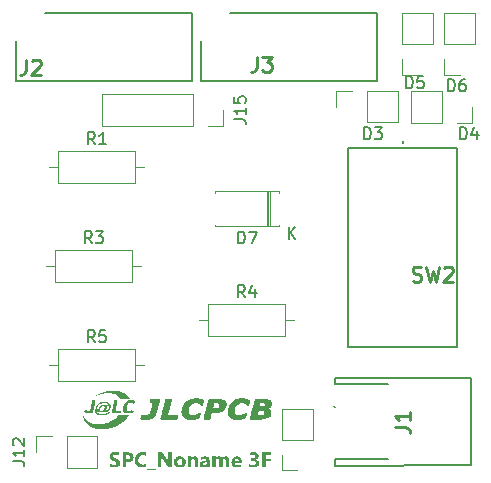
<source format=gbr>
%TF.GenerationSoftware,KiCad,Pcbnew,9.0.2*%
%TF.CreationDate,2025-11-02T21:54:37+09:00*%
%TF.ProjectId,kicad2026_3_,6b696361-6432-4303-9236-5f338e2e6b69,rev?*%
%TF.SameCoordinates,Original*%
%TF.FileFunction,Legend,Top*%
%TF.FilePolarity,Positive*%
%FSLAX46Y46*%
G04 Gerber Fmt 4.6, Leading zero omitted, Abs format (unit mm)*
G04 Created by KiCad (PCBNEW 9.0.2) date 2025-11-02 21:54:37*
%MOMM*%
%LPD*%
G01*
G04 APERTURE LIST*
%ADD10C,0.200000*%
%ADD11C,0.150000*%
%ADD12C,0.254000*%
%ADD13C,0.120000*%
%ADD14C,0.000000*%
%ADD15C,0.100000*%
G04 APERTURE END LIST*
D10*
G36*
X125562999Y-91929800D02*
G01*
X125562999Y-91643639D01*
X125644105Y-91701743D01*
X125730806Y-91742704D01*
X125822361Y-91767558D01*
X125913774Y-91775726D01*
X125966193Y-91773132D01*
X126008394Y-91766041D01*
X126046586Y-91753939D01*
X126075866Y-91738973D01*
X126099945Y-91719691D01*
X126116270Y-91698252D01*
X126126258Y-91673815D01*
X126129606Y-91647290D01*
X126124232Y-91611935D01*
X126108253Y-91580771D01*
X126083830Y-91553302D01*
X126050068Y-91526635D01*
X125962592Y-91478769D01*
X125853446Y-91431697D01*
X125757459Y-91384384D01*
X125684619Y-91333711D01*
X125630947Y-91280004D01*
X125590606Y-91216876D01*
X125566146Y-91145474D01*
X125557680Y-91063538D01*
X125562433Y-90998288D01*
X125575965Y-90941827D01*
X125597608Y-90892714D01*
X125644741Y-90827688D01*
X125706437Y-90775154D01*
X125779546Y-90735619D01*
X125865829Y-90707285D01*
X125958096Y-90691085D01*
X126057688Y-90685535D01*
X126154348Y-90688710D01*
X126233909Y-90697442D01*
X126308760Y-90712805D01*
X126375601Y-90734036D01*
X126375601Y-90997495D01*
X126305827Y-90959551D01*
X126228115Y-90932325D01*
X126148657Y-90916369D01*
X126073643Y-90911130D01*
X126026043Y-90913556D01*
X125984818Y-90920418D01*
X125946949Y-90931995D01*
X125917346Y-90946533D01*
X125892534Y-90965393D01*
X125874720Y-90986858D01*
X125863451Y-91011635D01*
X125859638Y-91039565D01*
X125863896Y-91070001D01*
X125876466Y-91096798D01*
X125896189Y-91120665D01*
X125924411Y-91144663D01*
X125999900Y-91189036D01*
X126100315Y-91233885D01*
X126174216Y-91267516D01*
X126237482Y-91301754D01*
X126294785Y-91340572D01*
X126341865Y-91382879D01*
X126380275Y-91431376D01*
X126408464Y-91486310D01*
X126425476Y-91547378D01*
X126431563Y-91621572D01*
X126426659Y-91691596D01*
X126412878Y-91750563D01*
X126391159Y-91800333D01*
X126343508Y-91865806D01*
X126281457Y-91917496D01*
X126207867Y-91955433D01*
X126120318Y-91981793D01*
X126026834Y-91996338D01*
X125926237Y-92001321D01*
X125822958Y-91996742D01*
X125726837Y-91983381D01*
X125636397Y-91960328D01*
X125562999Y-91929800D01*
G37*
G36*
X127216522Y-90713880D02*
G01*
X127316672Y-90735846D01*
X127396008Y-90769384D01*
X127458354Y-90813303D01*
X127506448Y-90867702D01*
X127541719Y-90933959D01*
X127564125Y-91014585D01*
X127572159Y-91112991D01*
X127563137Y-91206545D01*
X127537136Y-91288136D01*
X127494526Y-91360188D01*
X127434039Y-91424315D01*
X127362240Y-91474650D01*
X127278414Y-91511647D01*
X127180309Y-91534972D01*
X127065086Y-91543225D01*
X126928316Y-91543225D01*
X126928316Y-91981000D01*
X126641520Y-91981000D01*
X126641520Y-91325647D01*
X126928316Y-91325647D01*
X127041114Y-91325647D01*
X127117406Y-91318863D01*
X127173917Y-91300681D01*
X127215335Y-91273031D01*
X127244803Y-91235887D01*
X127263470Y-91187277D01*
X127270281Y-91123628D01*
X127263547Y-91061724D01*
X127245052Y-91014313D01*
X127215751Y-90977946D01*
X127174398Y-90950765D01*
X127117769Y-90932835D01*
X127041114Y-90926133D01*
X126928316Y-90926133D01*
X126928316Y-91325647D01*
X126641520Y-91325647D01*
X126641520Y-90705856D01*
X127090884Y-90705856D01*
X127216522Y-90713880D01*
G37*
G36*
X128672113Y-91933690D02*
G01*
X128576702Y-91969343D01*
X128457060Y-91992765D01*
X128308001Y-92001321D01*
X128190014Y-91993674D01*
X128086940Y-91971866D01*
X127996565Y-91937054D01*
X127917056Y-91889635D01*
X127847048Y-91829227D01*
X127787929Y-91757651D01*
X127741621Y-91677406D01*
X127707744Y-91587269D01*
X127686616Y-91485617D01*
X127679241Y-91370496D01*
X127687393Y-91248600D01*
X127710864Y-91139926D01*
X127748740Y-91042509D01*
X127800880Y-90954733D01*
X127867925Y-90875410D01*
X127946947Y-90807758D01*
X128034092Y-90755271D01*
X128130504Y-90717228D01*
X128237756Y-90693697D01*
X128357772Y-90685535D01*
X128481764Y-90691396D01*
X128585567Y-90707697D01*
X128672113Y-90732845D01*
X128672113Y-91010672D01*
X128583980Y-90967591D01*
X128487520Y-90941399D01*
X128380792Y-90932404D01*
X128292621Y-90939946D01*
X128216334Y-90961517D01*
X128149754Y-90996397D01*
X128091297Y-91045043D01*
X128044342Y-91104414D01*
X128010175Y-91173667D01*
X127988761Y-91254717D01*
X127981198Y-91350096D01*
X127988330Y-91441611D01*
X128008543Y-91519648D01*
X128040804Y-91586552D01*
X128085105Y-91644115D01*
X128140385Y-91691215D01*
X128204213Y-91725112D01*
X128278260Y-91746177D01*
X128364837Y-91753579D01*
X128474490Y-91744259D01*
X128576350Y-91716802D01*
X128672113Y-91671104D01*
X128672113Y-91933690D01*
G37*
G36*
X129503766Y-92244141D02*
G01*
X128748951Y-92244141D01*
X128748951Y-92138487D01*
X129503766Y-92138487D01*
X129503766Y-92244141D01*
G37*
G36*
X130794626Y-91981000D02*
G01*
X130505131Y-91981000D01*
X129980198Y-91179828D01*
X129916298Y-91074016D01*
X129912726Y-91074016D01*
X129919870Y-91280322D01*
X129919870Y-91981000D01*
X129649029Y-91981000D01*
X129649029Y-90705856D01*
X129958051Y-90705856D01*
X130463377Y-91482103D01*
X130527277Y-91586169D01*
X130530849Y-91586169D01*
X130525978Y-91531017D01*
X130523705Y-91410979D01*
X130523705Y-90705856D01*
X130794626Y-90705856D01*
X130794626Y-91981000D01*
G37*
G36*
X131617500Y-91060118D02*
G01*
X131712227Y-91084938D01*
X131792328Y-91124342D01*
X131860208Y-91178240D01*
X131915672Y-91245503D01*
X131955559Y-91322498D01*
X131980294Y-91411116D01*
X131988961Y-91513934D01*
X131979862Y-91625546D01*
X131954091Y-91720267D01*
X131912911Y-91801139D01*
X131856160Y-91870425D01*
X131786163Y-91926121D01*
X131703956Y-91966747D01*
X131607154Y-91992280D01*
X131492605Y-92001321D01*
X131379646Y-91992524D01*
X131284380Y-91967710D01*
X131203680Y-91928302D01*
X131135161Y-91874394D01*
X131079456Y-91807115D01*
X131039128Y-91728832D01*
X131013940Y-91637392D01*
X131005059Y-91529889D01*
X131005357Y-91526317D01*
X131290109Y-91526317D01*
X131297479Y-91614390D01*
X131317104Y-91679013D01*
X131346613Y-91725761D01*
X131385691Y-91758530D01*
X131436128Y-91779023D01*
X131501495Y-91786442D01*
X131562736Y-91779110D01*
X131610446Y-91758704D01*
X131647889Y-91725674D01*
X131676532Y-91677906D01*
X131695771Y-91611090D01*
X131703038Y-91519252D01*
X131695912Y-91433376D01*
X131676952Y-91370446D01*
X131648485Y-91325003D01*
X131610862Y-91293213D01*
X131562394Y-91273368D01*
X131499669Y-91266192D01*
X131436596Y-91274204D01*
X131386074Y-91296848D01*
X131345118Y-91334141D01*
X131315970Y-91382387D01*
X131297054Y-91445102D01*
X131290109Y-91526317D01*
X131005357Y-91526317D01*
X131014328Y-91418818D01*
X131040524Y-91325184D01*
X131082339Y-91245776D01*
X131140003Y-91178240D01*
X131210861Y-91124274D01*
X131293664Y-91084849D01*
X131390711Y-91060074D01*
X131504988Y-91051314D01*
X131617500Y-91060118D01*
G37*
G36*
X133050019Y-91981000D02*
G01*
X132770288Y-91981000D01*
X132770288Y-91477023D01*
X132762423Y-91391766D01*
X132742111Y-91334211D01*
X132712214Y-91296604D01*
X132672414Y-91274197D01*
X132619309Y-91266192D01*
X132573356Y-91272475D01*
X132533970Y-91290804D01*
X132499447Y-91321996D01*
X132473781Y-91361530D01*
X132457948Y-91408143D01*
X132452375Y-91463687D01*
X132452375Y-91981000D01*
X132171771Y-91981000D01*
X132171771Y-91071635D01*
X132452375Y-91071635D01*
X132452375Y-91217295D01*
X132455947Y-91217295D01*
X132500898Y-91156251D01*
X132551656Y-91110480D01*
X132608810Y-91078067D01*
X132673653Y-91058215D01*
X132748062Y-91051314D01*
X132829418Y-91059207D01*
X132894549Y-91081154D01*
X132946952Y-91115970D01*
X132988857Y-91164435D01*
X133020925Y-91229180D01*
X133042156Y-91314368D01*
X133050019Y-91425347D01*
X133050019Y-91981000D01*
G37*
G36*
X133737223Y-91058366D02*
G01*
X133816288Y-91077844D01*
X133880026Y-91108009D01*
X133931183Y-91148273D01*
X133971540Y-91199251D01*
X134001744Y-91262695D01*
X134021232Y-91341320D01*
X134028285Y-91438603D01*
X134028285Y-91981000D01*
X133762762Y-91981000D01*
X133762762Y-91848516D01*
X133759190Y-91848516D01*
X133718195Y-91904529D01*
X133671518Y-91946632D01*
X133618579Y-91976538D01*
X133558126Y-91994914D01*
X133488349Y-92001321D01*
X133403136Y-91992279D01*
X133334967Y-91967024D01*
X133280059Y-91926546D01*
X133238630Y-91872440D01*
X133213177Y-91806984D01*
X133204173Y-91726908D01*
X133207710Y-91694045D01*
X133462551Y-91694045D01*
X133470983Y-91737579D01*
X133495811Y-91771995D01*
X133533679Y-91794334D01*
X133585986Y-91802397D01*
X133636311Y-91796150D01*
X133678594Y-91778186D01*
X133714738Y-91748260D01*
X133742056Y-91709576D01*
X133758696Y-91664503D01*
X133764509Y-91611252D01*
X133764509Y-91550448D01*
X133599321Y-91571563D01*
X133534454Y-91587847D01*
X133493877Y-91613658D01*
X133470672Y-91648123D01*
X133462551Y-91694045D01*
X133207710Y-91694045D01*
X133213047Y-91644461D01*
X133237966Y-91577749D01*
X133278169Y-91523265D01*
X133335324Y-91479028D01*
X133413280Y-91444878D01*
X133517640Y-91422489D01*
X133764509Y-91389706D01*
X133757580Y-91334952D01*
X133738805Y-91295527D01*
X133708847Y-91267393D01*
X133665228Y-91249115D01*
X133602893Y-91242220D01*
X133523454Y-91248262D01*
X133446007Y-91266374D01*
X133369717Y-91296946D01*
X133293871Y-91340888D01*
X133293871Y-91128152D01*
X133358442Y-91101176D01*
X133454137Y-91074572D01*
X133553971Y-91056794D01*
X133639328Y-91051314D01*
X133737223Y-91058366D01*
G37*
G36*
X135694845Y-91981000D02*
G01*
X135415114Y-91981000D01*
X135415114Y-91463687D01*
X135407622Y-91384265D01*
X135388217Y-91330421D01*
X135359502Y-91295027D01*
X135321036Y-91273805D01*
X135269454Y-91266192D01*
X135226214Y-91272759D01*
X135189188Y-91292079D01*
X135156656Y-91325568D01*
X135133030Y-91367078D01*
X135118337Y-91415799D01*
X135113157Y-91473451D01*
X135113157Y-91981000D01*
X134832552Y-91981000D01*
X134832552Y-91458369D01*
X134825227Y-91381212D01*
X134806235Y-91328838D01*
X134778089Y-91294350D01*
X134740317Y-91273633D01*
X134689591Y-91266192D01*
X134644387Y-91272617D01*
X134606652Y-91291228D01*
X134574491Y-91322869D01*
X134551564Y-91362840D01*
X134536824Y-91413315D01*
X134531468Y-91477023D01*
X134531468Y-91981000D01*
X134250863Y-91981000D01*
X134250863Y-91071635D01*
X134531468Y-91071635D01*
X134531468Y-91215549D01*
X134535040Y-91215549D01*
X134567603Y-91170417D01*
X134608021Y-91131027D01*
X134657125Y-91097036D01*
X134711053Y-91071669D01*
X134768037Y-91056462D01*
X134828980Y-91051314D01*
X134903897Y-91058650D01*
X134965483Y-91079293D01*
X135016508Y-91112401D01*
X135058745Y-91158800D01*
X135092756Y-91220867D01*
X135139154Y-91158810D01*
X135191879Y-91112086D01*
X135251599Y-91078859D01*
X135319709Y-91058433D01*
X135398206Y-91051314D01*
X135478251Y-91059044D01*
X135542289Y-91080529D01*
X135593769Y-91114586D01*
X135634895Y-91161948D01*
X135666338Y-91225158D01*
X135687143Y-91308259D01*
X135694845Y-91416457D01*
X135694845Y-91981000D01*
G37*
G36*
X136416213Y-91059455D02*
G01*
X136498425Y-91082364D01*
X136567389Y-91118751D01*
X136625325Y-91168715D01*
X136671484Y-91230178D01*
X136705303Y-91302291D01*
X136726607Y-91387104D01*
X136734154Y-91487263D01*
X136734154Y-91604585D01*
X136140955Y-91604585D01*
X136152117Y-91665932D01*
X136174329Y-91713466D01*
X136207082Y-91750203D01*
X136251769Y-91777682D01*
X136311459Y-91795711D01*
X136390522Y-91802397D01*
X136488573Y-91794234D01*
X136575847Y-91770623D01*
X136654299Y-91732067D01*
X136654299Y-91934007D01*
X136567565Y-91969670D01*
X136459857Y-91992886D01*
X136326622Y-92001321D01*
X136216981Y-91992811D01*
X136125484Y-91968918D01*
X136048870Y-91931158D01*
X135984658Y-91879712D01*
X135933105Y-91815517D01*
X135895354Y-91739295D01*
X135871522Y-91648655D01*
X135863049Y-91540446D01*
X135871767Y-91432332D01*
X136139209Y-91432332D01*
X136474029Y-91432332D01*
X136466285Y-91356812D01*
X136445991Y-91304772D01*
X136415348Y-91269777D01*
X136373319Y-91248297D01*
X136315906Y-91240474D01*
X136273311Y-91246468D01*
X136234843Y-91264347D01*
X136199140Y-91295404D01*
X136170953Y-91334366D01*
X136150947Y-91379591D01*
X136139209Y-91432332D01*
X135871767Y-91432332D01*
X135872052Y-91428804D01*
X135897558Y-91333910D01*
X135938307Y-91252776D01*
X135994422Y-91183162D01*
X136064211Y-91125284D01*
X136140348Y-91084532D01*
X136224210Y-91059811D01*
X136317732Y-91051314D01*
X136416213Y-91059455D01*
G37*
G36*
X137388950Y-91937024D02*
G01*
X137388950Y-91691425D01*
X137455109Y-91732765D01*
X137526215Y-91762281D01*
X137603226Y-91780275D01*
X137687336Y-91786442D01*
X137757669Y-91780617D01*
X137812363Y-91764726D01*
X137854746Y-91740243D01*
X137887843Y-91705693D01*
X137907704Y-91663581D01*
X137914677Y-91611491D01*
X137906348Y-91558728D01*
X137882197Y-91515745D01*
X137840537Y-91480039D01*
X137788983Y-91455749D01*
X137722303Y-91439741D01*
X137636692Y-91433841D01*
X137518576Y-91433841D01*
X137518576Y-91218962D01*
X137627802Y-91218962D01*
X137715496Y-91212679D01*
X137778382Y-91196203D01*
X137822436Y-91172080D01*
X137852168Y-91141245D01*
X137870131Y-91102847D01*
X137876496Y-91054409D01*
X137868773Y-90998375D01*
X137847523Y-90957249D01*
X137812789Y-90927163D01*
X137760968Y-90907179D01*
X137685590Y-90899541D01*
X137602635Y-90908181D01*
X137520233Y-90934513D01*
X137436895Y-90980190D01*
X137436895Y-90752611D01*
X137528528Y-90716160D01*
X137632017Y-90693460D01*
X137749490Y-90685535D01*
X137848050Y-90691851D01*
X137929803Y-90709447D01*
X137997548Y-90736838D01*
X138053590Y-90773329D01*
X138101705Y-90821077D01*
X138135199Y-90874093D01*
X138155438Y-90933497D01*
X138162419Y-91001067D01*
X138154904Y-91081388D01*
X138133780Y-91147594D01*
X138100021Y-91202547D01*
X138053007Y-91248160D01*
X137990598Y-91285181D01*
X137909359Y-91313105D01*
X137909359Y-91317550D01*
X137995805Y-91336868D01*
X138065804Y-91369740D01*
X138122412Y-91415663D01*
X138165765Y-91473792D01*
X138191679Y-91539470D01*
X138200600Y-91615063D01*
X138192007Y-91701708D01*
X138167373Y-91776124D01*
X138127135Y-91840820D01*
X138070022Y-91897413D01*
X138002813Y-91940708D01*
X137922156Y-91973124D01*
X137825455Y-91993888D01*
X137709562Y-92001321D01*
X137579111Y-91993251D01*
X137473721Y-91971058D01*
X137388950Y-91937024D01*
G37*
G36*
X139213396Y-90939389D02*
G01*
X138764032Y-90939389D01*
X138764032Y-91254524D01*
X139177040Y-91254524D01*
X139177040Y-91487183D01*
X138764032Y-91487183D01*
X138764032Y-91981000D01*
X138477236Y-91981000D01*
X138477236Y-90705856D01*
X139213396Y-90705856D01*
X139213396Y-90939389D01*
G37*
D11*
X147089905Y-64208819D02*
X147089905Y-63208819D01*
X147089905Y-63208819D02*
X147328000Y-63208819D01*
X147328000Y-63208819D02*
X147470857Y-63256438D01*
X147470857Y-63256438D02*
X147566095Y-63351676D01*
X147566095Y-63351676D02*
X147613714Y-63446914D01*
X147613714Y-63446914D02*
X147661333Y-63637390D01*
X147661333Y-63637390D02*
X147661333Y-63780247D01*
X147661333Y-63780247D02*
X147613714Y-63970723D01*
X147613714Y-63970723D02*
X147566095Y-64065961D01*
X147566095Y-64065961D02*
X147470857Y-64161200D01*
X147470857Y-64161200D02*
X147328000Y-64208819D01*
X147328000Y-64208819D02*
X147089905Y-64208819D01*
X147994667Y-63208819D02*
X148613714Y-63208819D01*
X148613714Y-63208819D02*
X148280381Y-63589771D01*
X148280381Y-63589771D02*
X148423238Y-63589771D01*
X148423238Y-63589771D02*
X148518476Y-63637390D01*
X148518476Y-63637390D02*
X148566095Y-63685009D01*
X148566095Y-63685009D02*
X148613714Y-63780247D01*
X148613714Y-63780247D02*
X148613714Y-64018342D01*
X148613714Y-64018342D02*
X148566095Y-64113580D01*
X148566095Y-64113580D02*
X148518476Y-64161200D01*
X148518476Y-64161200D02*
X148423238Y-64208819D01*
X148423238Y-64208819D02*
X148137524Y-64208819D01*
X148137524Y-64208819D02*
X148042286Y-64161200D01*
X148042286Y-64161200D02*
X147994667Y-64113580D01*
D12*
X118448667Y-57470318D02*
X118448667Y-58377461D01*
X118448667Y-58377461D02*
X118388190Y-58558889D01*
X118388190Y-58558889D02*
X118267238Y-58679842D01*
X118267238Y-58679842D02*
X118085809Y-58740318D01*
X118085809Y-58740318D02*
X117964857Y-58740318D01*
X118992952Y-57591270D02*
X119053428Y-57530794D01*
X119053428Y-57530794D02*
X119174381Y-57470318D01*
X119174381Y-57470318D02*
X119476762Y-57470318D01*
X119476762Y-57470318D02*
X119597714Y-57530794D01*
X119597714Y-57530794D02*
X119658190Y-57591270D01*
X119658190Y-57591270D02*
X119718667Y-57712222D01*
X119718667Y-57712222D02*
X119718667Y-57833175D01*
X119718667Y-57833175D02*
X119658190Y-58014603D01*
X119658190Y-58014603D02*
X118932476Y-58740318D01*
X118932476Y-58740318D02*
X119718667Y-58740318D01*
D11*
X136072819Y-62531523D02*
X136787104Y-62531523D01*
X136787104Y-62531523D02*
X136929961Y-62579142D01*
X136929961Y-62579142D02*
X137025200Y-62674380D01*
X137025200Y-62674380D02*
X137072819Y-62817237D01*
X137072819Y-62817237D02*
X137072819Y-62912475D01*
X137072819Y-61531523D02*
X137072819Y-62102951D01*
X137072819Y-61817237D02*
X136072819Y-61817237D01*
X136072819Y-61817237D02*
X136215676Y-61912475D01*
X136215676Y-61912475D02*
X136310914Y-62007713D01*
X136310914Y-62007713D02*
X136358533Y-62102951D01*
X136072819Y-60626761D02*
X136072819Y-61102951D01*
X136072819Y-61102951D02*
X136549009Y-61150570D01*
X136549009Y-61150570D02*
X136501390Y-61102951D01*
X136501390Y-61102951D02*
X136453771Y-61007713D01*
X136453771Y-61007713D02*
X136453771Y-60769618D01*
X136453771Y-60769618D02*
X136501390Y-60674380D01*
X136501390Y-60674380D02*
X136549009Y-60626761D01*
X136549009Y-60626761D02*
X136644247Y-60579142D01*
X136644247Y-60579142D02*
X136882342Y-60579142D01*
X136882342Y-60579142D02*
X136977580Y-60626761D01*
X136977580Y-60626761D02*
X137025200Y-60674380D01*
X137025200Y-60674380D02*
X137072819Y-60769618D01*
X137072819Y-60769618D02*
X137072819Y-61007713D01*
X137072819Y-61007713D02*
X137025200Y-61102951D01*
X137025200Y-61102951D02*
X136977580Y-61150570D01*
X136993333Y-77586819D02*
X136660000Y-77110628D01*
X136421905Y-77586819D02*
X136421905Y-76586819D01*
X136421905Y-76586819D02*
X136802857Y-76586819D01*
X136802857Y-76586819D02*
X136898095Y-76634438D01*
X136898095Y-76634438D02*
X136945714Y-76682057D01*
X136945714Y-76682057D02*
X136993333Y-76777295D01*
X136993333Y-76777295D02*
X136993333Y-76920152D01*
X136993333Y-76920152D02*
X136945714Y-77015390D01*
X136945714Y-77015390D02*
X136898095Y-77063009D01*
X136898095Y-77063009D02*
X136802857Y-77110628D01*
X136802857Y-77110628D02*
X136421905Y-77110628D01*
X137850476Y-76920152D02*
X137850476Y-77586819D01*
X137612381Y-76539200D02*
X137374286Y-77253485D01*
X137374286Y-77253485D02*
X137993333Y-77253485D01*
X117334819Y-91487523D02*
X118049104Y-91487523D01*
X118049104Y-91487523D02*
X118191961Y-91535142D01*
X118191961Y-91535142D02*
X118287200Y-91630380D01*
X118287200Y-91630380D02*
X118334819Y-91773237D01*
X118334819Y-91773237D02*
X118334819Y-91868475D01*
X118334819Y-90487523D02*
X118334819Y-91058951D01*
X118334819Y-90773237D02*
X117334819Y-90773237D01*
X117334819Y-90773237D02*
X117477676Y-90868475D01*
X117477676Y-90868475D02*
X117572914Y-90963713D01*
X117572914Y-90963713D02*
X117620533Y-91058951D01*
X117430057Y-90106570D02*
X117382438Y-90058951D01*
X117382438Y-90058951D02*
X117334819Y-89963713D01*
X117334819Y-89963713D02*
X117334819Y-89725618D01*
X117334819Y-89725618D02*
X117382438Y-89630380D01*
X117382438Y-89630380D02*
X117430057Y-89582761D01*
X117430057Y-89582761D02*
X117525295Y-89535142D01*
X117525295Y-89535142D02*
X117620533Y-89535142D01*
X117620533Y-89535142D02*
X117763390Y-89582761D01*
X117763390Y-89582761D02*
X118334819Y-90154189D01*
X118334819Y-90154189D02*
X118334819Y-89535142D01*
X150645905Y-59890819D02*
X150645905Y-58890819D01*
X150645905Y-58890819D02*
X150884000Y-58890819D01*
X150884000Y-58890819D02*
X151026857Y-58938438D01*
X151026857Y-58938438D02*
X151122095Y-59033676D01*
X151122095Y-59033676D02*
X151169714Y-59128914D01*
X151169714Y-59128914D02*
X151217333Y-59319390D01*
X151217333Y-59319390D02*
X151217333Y-59462247D01*
X151217333Y-59462247D02*
X151169714Y-59652723D01*
X151169714Y-59652723D02*
X151122095Y-59747961D01*
X151122095Y-59747961D02*
X151026857Y-59843200D01*
X151026857Y-59843200D02*
X150884000Y-59890819D01*
X150884000Y-59890819D02*
X150645905Y-59890819D01*
X152122095Y-58890819D02*
X151645905Y-58890819D01*
X151645905Y-58890819D02*
X151598286Y-59367009D01*
X151598286Y-59367009D02*
X151645905Y-59319390D01*
X151645905Y-59319390D02*
X151741143Y-59271771D01*
X151741143Y-59271771D02*
X151979238Y-59271771D01*
X151979238Y-59271771D02*
X152074476Y-59319390D01*
X152074476Y-59319390D02*
X152122095Y-59367009D01*
X152122095Y-59367009D02*
X152169714Y-59462247D01*
X152169714Y-59462247D02*
X152169714Y-59700342D01*
X152169714Y-59700342D02*
X152122095Y-59795580D01*
X152122095Y-59795580D02*
X152074476Y-59843200D01*
X152074476Y-59843200D02*
X151979238Y-59890819D01*
X151979238Y-59890819D02*
X151741143Y-59890819D01*
X151741143Y-59890819D02*
X151645905Y-59843200D01*
X151645905Y-59843200D02*
X151598286Y-59795580D01*
D12*
X149672318Y-88561332D02*
X150579461Y-88561332D01*
X150579461Y-88561332D02*
X150760889Y-88621809D01*
X150760889Y-88621809D02*
X150881842Y-88742761D01*
X150881842Y-88742761D02*
X150942318Y-88924190D01*
X150942318Y-88924190D02*
X150942318Y-89045142D01*
X150942318Y-87291332D02*
X150942318Y-88017047D01*
X150942318Y-87654190D02*
X149672318Y-87654190D01*
X149672318Y-87654190D02*
X149853746Y-87775142D01*
X149853746Y-87775142D02*
X149974699Y-87896094D01*
X149974699Y-87896094D02*
X150035175Y-88017047D01*
D11*
X124293333Y-81396819D02*
X123960000Y-80920628D01*
X123721905Y-81396819D02*
X123721905Y-80396819D01*
X123721905Y-80396819D02*
X124102857Y-80396819D01*
X124102857Y-80396819D02*
X124198095Y-80444438D01*
X124198095Y-80444438D02*
X124245714Y-80492057D01*
X124245714Y-80492057D02*
X124293333Y-80587295D01*
X124293333Y-80587295D02*
X124293333Y-80730152D01*
X124293333Y-80730152D02*
X124245714Y-80825390D01*
X124245714Y-80825390D02*
X124198095Y-80873009D01*
X124198095Y-80873009D02*
X124102857Y-80920628D01*
X124102857Y-80920628D02*
X123721905Y-80920628D01*
X125198095Y-80396819D02*
X124721905Y-80396819D01*
X124721905Y-80396819D02*
X124674286Y-80873009D01*
X124674286Y-80873009D02*
X124721905Y-80825390D01*
X124721905Y-80825390D02*
X124817143Y-80777771D01*
X124817143Y-80777771D02*
X125055238Y-80777771D01*
X125055238Y-80777771D02*
X125150476Y-80825390D01*
X125150476Y-80825390D02*
X125198095Y-80873009D01*
X125198095Y-80873009D02*
X125245714Y-80968247D01*
X125245714Y-80968247D02*
X125245714Y-81206342D01*
X125245714Y-81206342D02*
X125198095Y-81301580D01*
X125198095Y-81301580D02*
X125150476Y-81349200D01*
X125150476Y-81349200D02*
X125055238Y-81396819D01*
X125055238Y-81396819D02*
X124817143Y-81396819D01*
X124817143Y-81396819D02*
X124721905Y-81349200D01*
X124721905Y-81349200D02*
X124674286Y-81301580D01*
X124293333Y-64632819D02*
X123960000Y-64156628D01*
X123721905Y-64632819D02*
X123721905Y-63632819D01*
X123721905Y-63632819D02*
X124102857Y-63632819D01*
X124102857Y-63632819D02*
X124198095Y-63680438D01*
X124198095Y-63680438D02*
X124245714Y-63728057D01*
X124245714Y-63728057D02*
X124293333Y-63823295D01*
X124293333Y-63823295D02*
X124293333Y-63966152D01*
X124293333Y-63966152D02*
X124245714Y-64061390D01*
X124245714Y-64061390D02*
X124198095Y-64109009D01*
X124198095Y-64109009D02*
X124102857Y-64156628D01*
X124102857Y-64156628D02*
X123721905Y-64156628D01*
X125245714Y-64632819D02*
X124674286Y-64632819D01*
X124960000Y-64632819D02*
X124960000Y-63632819D01*
X124960000Y-63632819D02*
X124864762Y-63775676D01*
X124864762Y-63775676D02*
X124769524Y-63870914D01*
X124769524Y-63870914D02*
X124674286Y-63918533D01*
X124039333Y-73014819D02*
X123706000Y-72538628D01*
X123467905Y-73014819D02*
X123467905Y-72014819D01*
X123467905Y-72014819D02*
X123848857Y-72014819D01*
X123848857Y-72014819D02*
X123944095Y-72062438D01*
X123944095Y-72062438D02*
X123991714Y-72110057D01*
X123991714Y-72110057D02*
X124039333Y-72205295D01*
X124039333Y-72205295D02*
X124039333Y-72348152D01*
X124039333Y-72348152D02*
X123991714Y-72443390D01*
X123991714Y-72443390D02*
X123944095Y-72491009D01*
X123944095Y-72491009D02*
X123848857Y-72538628D01*
X123848857Y-72538628D02*
X123467905Y-72538628D01*
X124372667Y-72014819D02*
X124991714Y-72014819D01*
X124991714Y-72014819D02*
X124658381Y-72395771D01*
X124658381Y-72395771D02*
X124801238Y-72395771D01*
X124801238Y-72395771D02*
X124896476Y-72443390D01*
X124896476Y-72443390D02*
X124944095Y-72491009D01*
X124944095Y-72491009D02*
X124991714Y-72586247D01*
X124991714Y-72586247D02*
X124991714Y-72824342D01*
X124991714Y-72824342D02*
X124944095Y-72919580D01*
X124944095Y-72919580D02*
X124896476Y-72967200D01*
X124896476Y-72967200D02*
X124801238Y-73014819D01*
X124801238Y-73014819D02*
X124515524Y-73014819D01*
X124515524Y-73014819D02*
X124420286Y-72967200D01*
X124420286Y-72967200D02*
X124372667Y-72919580D01*
D12*
X138006667Y-57216318D02*
X138006667Y-58123461D01*
X138006667Y-58123461D02*
X137946190Y-58304889D01*
X137946190Y-58304889D02*
X137825238Y-58425842D01*
X137825238Y-58425842D02*
X137643809Y-58486318D01*
X137643809Y-58486318D02*
X137522857Y-58486318D01*
X138490476Y-57216318D02*
X139276667Y-57216318D01*
X139276667Y-57216318D02*
X138853333Y-57700127D01*
X138853333Y-57700127D02*
X139034762Y-57700127D01*
X139034762Y-57700127D02*
X139155714Y-57760603D01*
X139155714Y-57760603D02*
X139216190Y-57821080D01*
X139216190Y-57821080D02*
X139276667Y-57942032D01*
X139276667Y-57942032D02*
X139276667Y-58244413D01*
X139276667Y-58244413D02*
X139216190Y-58365365D01*
X139216190Y-58365365D02*
X139155714Y-58425842D01*
X139155714Y-58425842D02*
X139034762Y-58486318D01*
X139034762Y-58486318D02*
X138671905Y-58486318D01*
X138671905Y-58486318D02*
X138550952Y-58425842D01*
X138550952Y-58425842D02*
X138490476Y-58365365D01*
D11*
X155217905Y-64208819D02*
X155217905Y-63208819D01*
X155217905Y-63208819D02*
X155456000Y-63208819D01*
X155456000Y-63208819D02*
X155598857Y-63256438D01*
X155598857Y-63256438D02*
X155694095Y-63351676D01*
X155694095Y-63351676D02*
X155741714Y-63446914D01*
X155741714Y-63446914D02*
X155789333Y-63637390D01*
X155789333Y-63637390D02*
X155789333Y-63780247D01*
X155789333Y-63780247D02*
X155741714Y-63970723D01*
X155741714Y-63970723D02*
X155694095Y-64065961D01*
X155694095Y-64065961D02*
X155598857Y-64161200D01*
X155598857Y-64161200D02*
X155456000Y-64208819D01*
X155456000Y-64208819D02*
X155217905Y-64208819D01*
X156646476Y-63542152D02*
X156646476Y-64208819D01*
X156408381Y-63161200D02*
X156170286Y-63875485D01*
X156170286Y-63875485D02*
X156789333Y-63875485D01*
D12*
X151214666Y-76205842D02*
X151396095Y-76266318D01*
X151396095Y-76266318D02*
X151698476Y-76266318D01*
X151698476Y-76266318D02*
X151819428Y-76205842D01*
X151819428Y-76205842D02*
X151879904Y-76145365D01*
X151879904Y-76145365D02*
X151940381Y-76024413D01*
X151940381Y-76024413D02*
X151940381Y-75903461D01*
X151940381Y-75903461D02*
X151879904Y-75782508D01*
X151879904Y-75782508D02*
X151819428Y-75722032D01*
X151819428Y-75722032D02*
X151698476Y-75661556D01*
X151698476Y-75661556D02*
X151456571Y-75601080D01*
X151456571Y-75601080D02*
X151335619Y-75540603D01*
X151335619Y-75540603D02*
X151275142Y-75480127D01*
X151275142Y-75480127D02*
X151214666Y-75359175D01*
X151214666Y-75359175D02*
X151214666Y-75238222D01*
X151214666Y-75238222D02*
X151275142Y-75117270D01*
X151275142Y-75117270D02*
X151335619Y-75056794D01*
X151335619Y-75056794D02*
X151456571Y-74996318D01*
X151456571Y-74996318D02*
X151758952Y-74996318D01*
X151758952Y-74996318D02*
X151940381Y-75056794D01*
X152363714Y-74996318D02*
X152666095Y-76266318D01*
X152666095Y-76266318D02*
X152908000Y-75359175D01*
X152908000Y-75359175D02*
X153149905Y-76266318D01*
X153149905Y-76266318D02*
X153452286Y-74996318D01*
X153875619Y-75117270D02*
X153936095Y-75056794D01*
X153936095Y-75056794D02*
X154057048Y-74996318D01*
X154057048Y-74996318D02*
X154359429Y-74996318D01*
X154359429Y-74996318D02*
X154480381Y-75056794D01*
X154480381Y-75056794D02*
X154540857Y-75117270D01*
X154540857Y-75117270D02*
X154601334Y-75238222D01*
X154601334Y-75238222D02*
X154601334Y-75359175D01*
X154601334Y-75359175D02*
X154540857Y-75540603D01*
X154540857Y-75540603D02*
X153815143Y-76266318D01*
X153815143Y-76266318D02*
X154601334Y-76266318D01*
D11*
X154201905Y-60144819D02*
X154201905Y-59144819D01*
X154201905Y-59144819D02*
X154440000Y-59144819D01*
X154440000Y-59144819D02*
X154582857Y-59192438D01*
X154582857Y-59192438D02*
X154678095Y-59287676D01*
X154678095Y-59287676D02*
X154725714Y-59382914D01*
X154725714Y-59382914D02*
X154773333Y-59573390D01*
X154773333Y-59573390D02*
X154773333Y-59716247D01*
X154773333Y-59716247D02*
X154725714Y-59906723D01*
X154725714Y-59906723D02*
X154678095Y-60001961D01*
X154678095Y-60001961D02*
X154582857Y-60097200D01*
X154582857Y-60097200D02*
X154440000Y-60144819D01*
X154440000Y-60144819D02*
X154201905Y-60144819D01*
X155630476Y-59144819D02*
X155440000Y-59144819D01*
X155440000Y-59144819D02*
X155344762Y-59192438D01*
X155344762Y-59192438D02*
X155297143Y-59240057D01*
X155297143Y-59240057D02*
X155201905Y-59382914D01*
X155201905Y-59382914D02*
X155154286Y-59573390D01*
X155154286Y-59573390D02*
X155154286Y-59954342D01*
X155154286Y-59954342D02*
X155201905Y-60049580D01*
X155201905Y-60049580D02*
X155249524Y-60097200D01*
X155249524Y-60097200D02*
X155344762Y-60144819D01*
X155344762Y-60144819D02*
X155535238Y-60144819D01*
X155535238Y-60144819D02*
X155630476Y-60097200D01*
X155630476Y-60097200D02*
X155678095Y-60049580D01*
X155678095Y-60049580D02*
X155725714Y-59954342D01*
X155725714Y-59954342D02*
X155725714Y-59716247D01*
X155725714Y-59716247D02*
X155678095Y-59621009D01*
X155678095Y-59621009D02*
X155630476Y-59573390D01*
X155630476Y-59573390D02*
X155535238Y-59525771D01*
X155535238Y-59525771D02*
X155344762Y-59525771D01*
X155344762Y-59525771D02*
X155249524Y-59573390D01*
X155249524Y-59573390D02*
X155201905Y-59621009D01*
X155201905Y-59621009D02*
X155154286Y-59716247D01*
X136421905Y-73028819D02*
X136421905Y-72028819D01*
X136421905Y-72028819D02*
X136660000Y-72028819D01*
X136660000Y-72028819D02*
X136802857Y-72076438D01*
X136802857Y-72076438D02*
X136898095Y-72171676D01*
X136898095Y-72171676D02*
X136945714Y-72266914D01*
X136945714Y-72266914D02*
X136993333Y-72457390D01*
X136993333Y-72457390D02*
X136993333Y-72600247D01*
X136993333Y-72600247D02*
X136945714Y-72790723D01*
X136945714Y-72790723D02*
X136898095Y-72885961D01*
X136898095Y-72885961D02*
X136802857Y-72981200D01*
X136802857Y-72981200D02*
X136660000Y-73028819D01*
X136660000Y-73028819D02*
X136421905Y-73028819D01*
X137326667Y-72028819D02*
X137993333Y-72028819D01*
X137993333Y-72028819D02*
X137564762Y-73028819D01*
X140708095Y-72658819D02*
X140708095Y-71658819D01*
X141279523Y-72658819D02*
X140850952Y-72087390D01*
X141279523Y-71658819D02*
X140708095Y-72230247D01*
D13*
%TO.C,D3*%
X144740000Y-60113000D02*
X146070000Y-60113000D01*
X144740000Y-61443000D02*
X144740000Y-60113000D01*
X147340000Y-60113000D02*
X149940000Y-60113000D01*
X147340000Y-62773000D02*
X147340000Y-60113000D01*
X147340000Y-62773000D02*
X149940000Y-62773000D01*
X149940000Y-62773000D02*
X149940000Y-60113000D01*
D10*
%TO.C,J2*%
X117598000Y-59280000D02*
X117598000Y-55880000D01*
X120048000Y-53530000D02*
X132498000Y-53530000D01*
X132498000Y-53530000D02*
X132498000Y-59280000D01*
X132498000Y-59280000D02*
X117598000Y-59280000D01*
D13*
%TO.C,J15*%
X124898000Y-60392000D02*
X124898000Y-63052000D01*
X132578000Y-60392000D02*
X124898000Y-60392000D01*
X132578000Y-60392000D02*
X132578000Y-63052000D01*
X132578000Y-63052000D02*
X124898000Y-63052000D01*
X135178000Y-61722000D02*
X135178000Y-63052000D01*
X135178000Y-63052000D02*
X133848000Y-63052000D01*
%TO.C,R4*%
X133120000Y-79502000D02*
X133890000Y-79502000D01*
X141200000Y-79502000D02*
X140430000Y-79502000D01*
X133890000Y-78132000D02*
X140430000Y-78132000D01*
X140430000Y-80872000D01*
X133890000Y-80872000D01*
X133890000Y-78132000D01*
%TO.C,J12*%
X119320000Y-89348000D02*
X120650000Y-89348000D01*
X119320000Y-90678000D02*
X119320000Y-89348000D01*
X121920000Y-89348000D02*
X124520000Y-89348000D01*
X121920000Y-92008000D02*
X121920000Y-89348000D01*
X121920000Y-92008000D02*
X124520000Y-92008000D01*
X124520000Y-92008000D02*
X124520000Y-89348000D01*
%TO.C,D5*%
X150308000Y-56134000D02*
X150308000Y-53534000D01*
X150308000Y-58734000D02*
X150308000Y-57404000D01*
X151638000Y-58734000D02*
X150308000Y-58734000D01*
X152968000Y-53534000D02*
X150308000Y-53534000D01*
X152968000Y-56134000D02*
X150308000Y-56134000D01*
X152968000Y-56134000D02*
X152968000Y-53534000D01*
D14*
%TO.C,G\u002A\u002A\u002A*%
G36*
X124331046Y-85941877D02*
G01*
X124323230Y-85949692D01*
X124315415Y-85941877D01*
X124323230Y-85934061D01*
X124331046Y-85941877D01*
G37*
G36*
X126081808Y-85494721D02*
G01*
X126304902Y-85524944D01*
X126512542Y-85580780D01*
X126551172Y-85594701D01*
X126747641Y-85681606D01*
X126917938Y-85782370D01*
X126973913Y-85824480D01*
X127039128Y-85880676D01*
X127107257Y-85944705D01*
X127171975Y-86010312D01*
X127226958Y-86071244D01*
X127265879Y-86121249D01*
X127274422Y-86134809D01*
X127302659Y-86184154D01*
X126871826Y-86184154D01*
X126440993Y-86184154D01*
X126406168Y-86141169D01*
X126281777Y-86006740D01*
X126147904Y-85900383D01*
X126000444Y-85819376D01*
X125835292Y-85760996D01*
X125831599Y-85759992D01*
X125727685Y-85739462D01*
X125601257Y-85726591D01*
X125460109Y-85721385D01*
X125312037Y-85723850D01*
X125164837Y-85733990D01*
X125026303Y-85751810D01*
X124983575Y-85759424D01*
X124885789Y-85780472D01*
X124768464Y-85809204D01*
X124641553Y-85842949D01*
X124515014Y-85879032D01*
X124398802Y-85914780D01*
X124370122Y-85924148D01*
X124357249Y-85926941D01*
X124368655Y-85919119D01*
X124400028Y-85902701D01*
X124447052Y-85879707D01*
X124505414Y-85852155D01*
X124570798Y-85822064D01*
X124638890Y-85791452D01*
X124705376Y-85762340D01*
X124765942Y-85736746D01*
X124799969Y-85723001D01*
X125072288Y-85627215D01*
X125338501Y-85556358D01*
X125596739Y-85510565D01*
X125845131Y-85489974D01*
X126081808Y-85494721D01*
G37*
G36*
X126134150Y-86294899D02*
G01*
X126182037Y-86298444D01*
X126209154Y-86303533D01*
X126212305Y-86305562D01*
X126211297Y-86323454D01*
X126204729Y-86367915D01*
X126193319Y-86434889D01*
X126177785Y-86520321D01*
X126158848Y-86620155D01*
X126137225Y-86730335D01*
X126135432Y-86739316D01*
X126113569Y-86850585D01*
X126094307Y-86952237D01*
X126078375Y-87040127D01*
X126066501Y-87110110D01*
X126059413Y-87158040D01*
X126057841Y-87179774D01*
X126057951Y-87180193D01*
X126072032Y-87188616D01*
X126109164Y-87195050D01*
X126171825Y-87199741D01*
X126262494Y-87202930D01*
X126295962Y-87203640D01*
X126527169Y-87207969D01*
X126523021Y-87274014D01*
X126516710Y-87326415D01*
X126506369Y-87372209D01*
X126503869Y-87379522D01*
X126488865Y-87418984D01*
X126114263Y-87418984D01*
X126009228Y-87418468D01*
X125914902Y-87417017D01*
X125835680Y-87414781D01*
X125775958Y-87411907D01*
X125740135Y-87408544D01*
X125731680Y-87406074D01*
X125733146Y-87389116D01*
X125739885Y-87345644D01*
X125751116Y-87279814D01*
X125766061Y-87195783D01*
X125783939Y-87097706D01*
X125803969Y-86989739D01*
X125825372Y-86876039D01*
X125847368Y-86760761D01*
X125869177Y-86648062D01*
X125890017Y-86542097D01*
X125909110Y-86447023D01*
X125925675Y-86366995D01*
X125933899Y-86328738D01*
X125939756Y-86311581D01*
X125952471Y-86301147D01*
X125978622Y-86295777D01*
X126024786Y-86293810D01*
X126073252Y-86293569D01*
X126134150Y-86294899D01*
G37*
G36*
X127180571Y-87594830D02*
G01*
X127030563Y-87800159D01*
X126854842Y-87989676D01*
X126655414Y-88162019D01*
X126434287Y-88315828D01*
X126193469Y-88449742D01*
X125934966Y-88562400D01*
X125660786Y-88652441D01*
X125594651Y-88670081D01*
X125421843Y-88708780D01*
X125243742Y-88738748D01*
X125067733Y-88759245D01*
X124901202Y-88769531D01*
X124751532Y-88768866D01*
X124670774Y-88762666D01*
X124548700Y-88744048D01*
X124411949Y-88715154D01*
X124274006Y-88679289D01*
X124148353Y-88639757D01*
X124106327Y-88624343D01*
X123932605Y-88543474D01*
X123775340Y-88442238D01*
X123638278Y-88323667D01*
X123525162Y-88190794D01*
X123474535Y-88112756D01*
X123440574Y-88046148D01*
X123406776Y-87965908D01*
X123376039Y-87880626D01*
X123351259Y-87798894D01*
X123335335Y-87729302D01*
X123330917Y-87686866D01*
X123333253Y-87669260D01*
X123341815Y-87671572D01*
X123359399Y-87696542D01*
X123384544Y-87739415D01*
X123487642Y-87891953D01*
X123610904Y-88021595D01*
X123756453Y-88130330D01*
X123869938Y-88193686D01*
X123993566Y-88249120D01*
X124112662Y-88289064D01*
X124236891Y-88315815D01*
X124375919Y-88331669D01*
X124473242Y-88337012D01*
X124727918Y-88334946D01*
X124975828Y-88310006D01*
X125214326Y-88263272D01*
X125440764Y-88195824D01*
X125652498Y-88108744D01*
X125846881Y-88003111D01*
X126021267Y-87880007D01*
X126173009Y-87740512D01*
X126294012Y-87593466D01*
X126339599Y-87529067D01*
X126781390Y-87528733D01*
X127223181Y-87528400D01*
X127180571Y-87594830D01*
G37*
G36*
X124259975Y-86294511D02*
G01*
X124310149Y-86297624D01*
X124344565Y-86303351D01*
X124353992Y-86308392D01*
X124354286Y-86328817D01*
X124348401Y-86374826D01*
X124337351Y-86441582D01*
X124322149Y-86524244D01*
X124303807Y-86617974D01*
X124283340Y-86717934D01*
X124261761Y-86819285D01*
X124240082Y-86917187D01*
X124219316Y-87006804D01*
X124200478Y-87083295D01*
X124184580Y-87141821D01*
X124172635Y-87177546D01*
X124171436Y-87180240D01*
X124110655Y-87274652D01*
X124027057Y-87353155D01*
X123967215Y-87390417D01*
X123903555Y-87412642D01*
X123821141Y-87426705D01*
X123731560Y-87431968D01*
X123646400Y-87427796D01*
X123577249Y-87413555D01*
X123572953Y-87412035D01*
X123526803Y-87387566D01*
X123478369Y-87350331D01*
X123435053Y-87307587D01*
X123404255Y-87266587D01*
X123393331Y-87235928D01*
X123408315Y-87210836D01*
X123452350Y-87178264D01*
X123493208Y-87154993D01*
X123592952Y-87102018D01*
X123640286Y-87154993D01*
X123676274Y-87189501D01*
X123711766Y-87204742D01*
X123757981Y-87207969D01*
X123815091Y-87201797D01*
X123857250Y-87179979D01*
X123868854Y-87169910D01*
X123883807Y-87154721D01*
X123896665Y-87137456D01*
X123908445Y-87114514D01*
X123920164Y-87082298D01*
X123932842Y-87037205D01*
X123947495Y-86975639D01*
X123965140Y-86893997D01*
X123986797Y-86788682D01*
X124011921Y-86663884D01*
X124032156Y-86564246D01*
X124050834Y-86474762D01*
X124066953Y-86400045D01*
X124079507Y-86344703D01*
X124087494Y-86313347D01*
X124089334Y-86308284D01*
X124108723Y-86300900D01*
X124149881Y-86296146D01*
X124203425Y-86294017D01*
X124259975Y-86294511D01*
G37*
G36*
X127451031Y-86286578D02*
G01*
X127507446Y-86289827D01*
X127548323Y-86296668D01*
X127581512Y-86308265D01*
X127605692Y-86320568D01*
X127665087Y-86357259D01*
X127710125Y-86392171D01*
X127735224Y-86420668D01*
X127738553Y-86430945D01*
X127727450Y-86447813D01*
X127698178Y-86478209D01*
X127656796Y-86515901D01*
X127651739Y-86520247D01*
X127564924Y-86594415D01*
X127530600Y-86562264D01*
X127460358Y-86515946D01*
X127381158Y-86496425D01*
X127297540Y-86502299D01*
X127214044Y-86532165D01*
X127135208Y-86584623D01*
X127065571Y-86658271D01*
X127026855Y-86717807D01*
X127004491Y-86761132D01*
X126990716Y-86799118D01*
X126983491Y-86841858D01*
X126980776Y-86899450D01*
X126980461Y-86947320D01*
X126980461Y-87093071D01*
X127037816Y-87145667D01*
X127107436Y-87193234D01*
X127184031Y-87213195D01*
X127270026Y-87205607D01*
X127367845Y-87170523D01*
X127401280Y-87153899D01*
X127486786Y-87108920D01*
X127544949Y-87179901D01*
X127575739Y-87220754D01*
X127589165Y-87252133D01*
X127582820Y-87278844D01*
X127554298Y-87305694D01*
X127501194Y-87337491D01*
X127453569Y-87362464D01*
X127392974Y-87392150D01*
X127344266Y-87410789D01*
X127295359Y-87421441D01*
X127234166Y-87427166D01*
X127189149Y-87429398D01*
X127105463Y-87430970D01*
X127042389Y-87426727D01*
X126989652Y-87415666D01*
X126964700Y-87407537D01*
X126859966Y-87355148D01*
X126778035Y-87282497D01*
X126719910Y-87191728D01*
X126686597Y-87084987D01*
X126679100Y-86964419D01*
X126697371Y-86836598D01*
X126745845Y-86692036D01*
X126819182Y-86566236D01*
X126917766Y-86458711D01*
X127041981Y-86368976D01*
X127086997Y-86344048D01*
X127137661Y-86318425D01*
X127177546Y-86301682D01*
X127215854Y-86291930D01*
X127261787Y-86287283D01*
X127324547Y-86285853D01*
X127371230Y-86285754D01*
X127451031Y-86286578D01*
G37*
G36*
X130716949Y-86172068D02*
G01*
X130772866Y-86177342D01*
X130808213Y-86188011D01*
X130826548Y-86205488D01*
X130831427Y-86231182D01*
X130826407Y-86266507D01*
X130821348Y-86288013D01*
X130813144Y-86320710D01*
X130798264Y-86379677D01*
X130777727Y-86460887D01*
X130752554Y-86560312D01*
X130723763Y-86673923D01*
X130692375Y-86797692D01*
X130663625Y-86910984D01*
X130631261Y-87038571D01*
X130601012Y-87157990D01*
X130573822Y-87265504D01*
X130550633Y-87357376D01*
X130532390Y-87429868D01*
X130520036Y-87479242D01*
X130514679Y-87501046D01*
X130504604Y-87544030D01*
X130902208Y-87544030D01*
X131011654Y-87544392D01*
X131111528Y-87545408D01*
X131197328Y-87546979D01*
X131264554Y-87549003D01*
X131308708Y-87551379D01*
X131324536Y-87553518D01*
X131338631Y-87562120D01*
X131346887Y-87577569D01*
X131348854Y-87603744D01*
X131344081Y-87644524D01*
X131332116Y-87703787D01*
X131312509Y-87785412D01*
X131285189Y-87891815D01*
X131269902Y-87950430D01*
X130569725Y-87950430D01*
X130424699Y-87950205D01*
X130289365Y-87949559D01*
X130166913Y-87948540D01*
X130060531Y-87947195D01*
X129973408Y-87945570D01*
X129908733Y-87943712D01*
X129869696Y-87941667D01*
X129859128Y-87940010D01*
X129851421Y-87924035D01*
X129849810Y-87895113D01*
X129854832Y-87850025D01*
X129867027Y-87785551D01*
X129886932Y-87698471D01*
X129915088Y-87585567D01*
X129924627Y-87548482D01*
X129951602Y-87443834D01*
X129983821Y-87318313D01*
X130018873Y-87181356D01*
X130054341Y-87042400D01*
X130087814Y-86910880D01*
X130097709Y-86871907D01*
X130127099Y-86756444D01*
X130156571Y-86641338D01*
X130184434Y-86533145D01*
X130208997Y-86438420D01*
X130228567Y-86363720D01*
X130236832Y-86332646D01*
X130278795Y-86176338D01*
X130529180Y-86172060D01*
X130636906Y-86170778D01*
X130716949Y-86172068D01*
G37*
G36*
X133027298Y-86146301D02*
G01*
X133214754Y-86173654D01*
X133389060Y-86223922D01*
X133437439Y-86243188D01*
X133492463Y-86267452D01*
X133524548Y-86285524D01*
X133539708Y-86303004D01*
X133543956Y-86325488D01*
X133543815Y-86342206D01*
X133538788Y-86383305D01*
X133526812Y-86441502D01*
X133509846Y-86510069D01*
X133489853Y-86582279D01*
X133468793Y-86651403D01*
X133448628Y-86710713D01*
X133431318Y-86753481D01*
X133418824Y-86772978D01*
X133418159Y-86773306D01*
X133371892Y-86774622D01*
X133313044Y-86748738D01*
X133253911Y-86705495D01*
X133145565Y-86632474D01*
X133020307Y-86578676D01*
X132939499Y-86557357D01*
X132829341Y-86549508D01*
X132711840Y-86565828D01*
X132595826Y-86603736D01*
X132490131Y-86660648D01*
X132432146Y-86705703D01*
X132360146Y-86789201D01*
X132301102Y-86894286D01*
X132257877Y-87012955D01*
X132233333Y-87137208D01*
X132230332Y-87259044D01*
X132231049Y-87267788D01*
X132243092Y-87352496D01*
X132264229Y-87416138D01*
X132298582Y-87468513D01*
X132328696Y-87499976D01*
X132395583Y-87542749D01*
X132482832Y-87567172D01*
X132585856Y-87573729D01*
X132700070Y-87562905D01*
X132820886Y-87535187D01*
X132943717Y-87491059D01*
X133063976Y-87431007D01*
X133082193Y-87420243D01*
X133156172Y-87378919D01*
X133210971Y-87357367D01*
X133247726Y-87357056D01*
X133267574Y-87379450D01*
X133271650Y-87426016D01*
X133261092Y-87498221D01*
X133237036Y-87597531D01*
X133232507Y-87614223D01*
X133211678Y-87689064D01*
X133193288Y-87753003D01*
X133179122Y-87799980D01*
X133170968Y-87823935D01*
X133170269Y-87825346D01*
X133150522Y-87838351D01*
X133107291Y-87857179D01*
X133047284Y-87879552D01*
X132977210Y-87903189D01*
X132903777Y-87925811D01*
X132833695Y-87945139D01*
X132782304Y-87957165D01*
X132697474Y-87969628D01*
X132593611Y-87977257D01*
X132480659Y-87980026D01*
X132368562Y-87977911D01*
X132267264Y-87970887D01*
X132186708Y-87958928D01*
X132185507Y-87958667D01*
X132037774Y-87912779D01*
X131909975Y-87844594D01*
X131828606Y-87779575D01*
X131741730Y-87677194D01*
X131680638Y-87558474D01*
X131645158Y-87422815D01*
X131635114Y-87269618D01*
X131644269Y-87142049D01*
X131681955Y-86957738D01*
X131747189Y-86786876D01*
X131838423Y-86631487D01*
X131954108Y-86493595D01*
X132092692Y-86375224D01*
X132252627Y-86278398D01*
X132333999Y-86241211D01*
X132459136Y-86197664D01*
X132595135Y-86167255D01*
X132749608Y-86148493D01*
X132834184Y-86143107D01*
X133027298Y-86146301D01*
G37*
G36*
X134385570Y-86169740D02*
G01*
X134500287Y-86171440D01*
X134615198Y-86174215D01*
X134725870Y-86177991D01*
X134827870Y-86182696D01*
X134916765Y-86188255D01*
X134988123Y-86194594D01*
X135037512Y-86201641D01*
X135049753Y-86204533D01*
X135184780Y-86255150D01*
X135292712Y-86321285D01*
X135373499Y-86402861D01*
X135427091Y-86499806D01*
X135453438Y-86612043D01*
X135452489Y-86739499D01*
X135444582Y-86794027D01*
X135409333Y-86916941D01*
X135349275Y-87024585D01*
X135261362Y-87122386D01*
X135259198Y-87124372D01*
X135161417Y-87201379D01*
X135050003Y-87264899D01*
X134921986Y-87315805D01*
X134774393Y-87354970D01*
X134604253Y-87383268D01*
X134408595Y-87401570D01*
X134295747Y-87407428D01*
X134202048Y-87411169D01*
X134175922Y-87512769D01*
X134160618Y-87572460D01*
X134140717Y-87650317D01*
X134119319Y-87734205D01*
X134107048Y-87782400D01*
X134064298Y-87950430D01*
X133802847Y-87950430D01*
X133703135Y-87949967D01*
X133630260Y-87948328D01*
X133579807Y-87945141D01*
X133547364Y-87940031D01*
X133528515Y-87932627D01*
X133521673Y-87926665D01*
X133515885Y-87913257D01*
X133515039Y-87889745D01*
X133519817Y-87852161D01*
X133530899Y-87796536D01*
X133548968Y-87718901D01*
X133574704Y-87615290D01*
X133576005Y-87610142D01*
X133639948Y-87357643D01*
X133696718Y-87134096D01*
X133738109Y-86971729D01*
X134319347Y-86971729D01*
X134321507Y-86985332D01*
X134332111Y-86993427D01*
X134356942Y-86996867D01*
X134401781Y-86996505D01*
X134466812Y-86993487D01*
X134548593Y-86987288D01*
X134610173Y-86977122D01*
X134662571Y-86960641D01*
X134700465Y-86943711D01*
X134779132Y-86892448D01*
X134829078Y-86829910D01*
X134849913Y-86756632D01*
X134850553Y-86740081D01*
X134843673Y-86679727D01*
X134820912Y-86634979D01*
X134779090Y-86604015D01*
X134715026Y-86585010D01*
X134625540Y-86576142D01*
X134562488Y-86574923D01*
X134414097Y-86574923D01*
X134398329Y-86633538D01*
X134372258Y-86732768D01*
X134350152Y-86821433D01*
X134333189Y-86894488D01*
X134322547Y-86946890D01*
X134319347Y-86971729D01*
X133738109Y-86971729D01*
X133746678Y-86938114D01*
X133790192Y-86768309D01*
X133827625Y-86623295D01*
X133859340Y-86501685D01*
X133885701Y-86402091D01*
X133907071Y-86323126D01*
X133923816Y-86263403D01*
X133936299Y-86221535D01*
X133944883Y-86196135D01*
X133949543Y-86186249D01*
X133970018Y-86179950D01*
X134017282Y-86175168D01*
X134086901Y-86171830D01*
X134174444Y-86169862D01*
X134275478Y-86169190D01*
X134385570Y-86169740D01*
G37*
G36*
X129522206Y-86168655D02*
G01*
X129621888Y-86169608D01*
X129696892Y-86172214D01*
X129750508Y-86177306D01*
X129786029Y-86185715D01*
X129806745Y-86198275D01*
X129815949Y-86215819D01*
X129816931Y-86239178D01*
X129812984Y-86269185D01*
X129812194Y-86274163D01*
X129805780Y-86305446D01*
X129792739Y-86362036D01*
X129774272Y-86438974D01*
X129751579Y-86531300D01*
X129725863Y-86634056D01*
X129707153Y-86707784D01*
X129658304Y-86898072D01*
X129615718Y-87060684D01*
X129578361Y-87198339D01*
X129545194Y-87313759D01*
X129515182Y-87409663D01*
X129487287Y-87488773D01*
X129460473Y-87553808D01*
X129433704Y-87607489D01*
X129405942Y-87652536D01*
X129376151Y-87691670D01*
X129343294Y-87727612D01*
X129306335Y-87763081D01*
X129304284Y-87764960D01*
X129214397Y-87836067D01*
X129116155Y-87890586D01*
X129004659Y-87930102D01*
X128875005Y-87956199D01*
X128722290Y-87970464D01*
X128660769Y-87973006D01*
X128570613Y-87974541D01*
X128480374Y-87974058D01*
X128400428Y-87971730D01*
X128341147Y-87967732D01*
X128340338Y-87967646D01*
X128259876Y-87957450D01*
X128205703Y-87946218D01*
X128172851Y-87932438D01*
X128156351Y-87914596D01*
X128154863Y-87911176D01*
X128155204Y-87887906D01*
X128162546Y-87841325D01*
X128175621Y-87778269D01*
X128192496Y-87708168D01*
X128210471Y-87637390D01*
X128225185Y-87578337D01*
X128235115Y-87537199D01*
X128238738Y-87520182D01*
X128252432Y-87513250D01*
X128288010Y-87513772D01*
X128337217Y-87520897D01*
X128391798Y-87533780D01*
X128402861Y-87537042D01*
X128476662Y-87552164D01*
X128566319Y-87559732D01*
X128658359Y-87559445D01*
X128739306Y-87551002D01*
X128766033Y-87545148D01*
X128835839Y-87511035D01*
X128897053Y-87448142D01*
X128941590Y-87374296D01*
X128952408Y-87345992D01*
X128969410Y-87293444D01*
X128991140Y-87221882D01*
X129016141Y-87136541D01*
X129042956Y-87042650D01*
X129070127Y-86945443D01*
X129096199Y-86850150D01*
X129119713Y-86762005D01*
X129139213Y-86686239D01*
X129153243Y-86628084D01*
X129160344Y-86592772D01*
X129160924Y-86586646D01*
X129146585Y-86581042D01*
X129108628Y-86576897D01*
X129054689Y-86574974D01*
X129043722Y-86574923D01*
X128983798Y-86574191D01*
X128948639Y-86570837D01*
X128931762Y-86563123D01*
X128926684Y-86549311D01*
X128926492Y-86543496D01*
X128929755Y-86516629D01*
X128938380Y-86467756D01*
X128950621Y-86405313D01*
X128964731Y-86337737D01*
X128978966Y-86273464D01*
X128991578Y-86220930D01*
X128998439Y-86195877D01*
X129003170Y-86187379D01*
X129013994Y-86180837D01*
X129034571Y-86176000D01*
X129068563Y-86172614D01*
X129119633Y-86170426D01*
X129191440Y-86169184D01*
X129287648Y-86168634D01*
X129394554Y-86168523D01*
X129522206Y-86168655D01*
G37*
G36*
X136879026Y-86148349D02*
G01*
X136996811Y-86156600D01*
X137099140Y-86170703D01*
X137117015Y-86174241D01*
X137213691Y-86197803D01*
X137300491Y-86224995D01*
X137372641Y-86253812D01*
X137425370Y-86282247D01*
X137453908Y-86308294D01*
X137457452Y-86317393D01*
X137454958Y-86343196D01*
X137445079Y-86392538D01*
X137429280Y-86458974D01*
X137409021Y-86536060D01*
X137402575Y-86559292D01*
X137378943Y-86642689D01*
X137361335Y-86700714D01*
X137347408Y-86738116D01*
X137334818Y-86759643D01*
X137321222Y-86770045D01*
X137304277Y-86774071D01*
X137296164Y-86774946D01*
X137264591Y-86772668D01*
X137228740Y-86757164D01*
X137181473Y-86724815D01*
X137152431Y-86702078D01*
X137041447Y-86626343D01*
X136929687Y-86578640D01*
X136810188Y-86556357D01*
X136757507Y-86553965D01*
X136617185Y-86566342D01*
X136491296Y-86606095D01*
X136380886Y-86672693D01*
X136287001Y-86765601D01*
X136254436Y-86809824D01*
X136199308Y-86905334D01*
X136163756Y-87002777D01*
X136145098Y-87111714D01*
X136140524Y-87215784D01*
X136142049Y-87297123D01*
X136147962Y-87355775D01*
X136159436Y-87400151D01*
X136169479Y-87423425D01*
X136218174Y-87488005D01*
X136288590Y-87534482D01*
X136377004Y-87562920D01*
X136479693Y-87573379D01*
X136592934Y-87565921D01*
X136713006Y-87540607D01*
X136836184Y-87497498D01*
X136958746Y-87436657D01*
X137003189Y-87409665D01*
X137066175Y-87373696D01*
X137112457Y-87358749D01*
X137147532Y-87363837D01*
X137169476Y-87379894D01*
X137178166Y-87392331D01*
X137181546Y-87410876D01*
X137178914Y-87440713D01*
X137169572Y-87487027D01*
X137152820Y-87555005D01*
X137138368Y-87610448D01*
X137117696Y-87686852D01*
X137098984Y-87752153D01*
X137083991Y-87800487D01*
X137074477Y-87825987D01*
X137073068Y-87828204D01*
X137049654Y-87841362D01*
X137003252Y-87860397D01*
X136941018Y-87882911D01*
X136870109Y-87906506D01*
X136797684Y-87928785D01*
X136730899Y-87947351D01*
X136684927Y-87958213D01*
X136601853Y-87970246D01*
X136499064Y-87977487D01*
X136386620Y-87979937D01*
X136274583Y-87977597D01*
X136173014Y-87970469D01*
X136091975Y-87958554D01*
X136089962Y-87958122D01*
X135952760Y-87915698D01*
X135829769Y-87852575D01*
X135725339Y-87771836D01*
X135643820Y-87676566D01*
X135609534Y-87617481D01*
X135570856Y-87509225D01*
X135548913Y-87382145D01*
X135543638Y-87243776D01*
X135554959Y-87101652D01*
X135582806Y-86963309D01*
X135616538Y-86861413D01*
X135697333Y-86700875D01*
X135803756Y-86555804D01*
X135933098Y-86428469D01*
X136082650Y-86321137D01*
X136249702Y-86236076D01*
X136431547Y-86175552D01*
X136437979Y-86173947D01*
X136525263Y-86158750D01*
X136634021Y-86149420D01*
X136755019Y-86145955D01*
X136879026Y-86148349D01*
G37*
G36*
X138364028Y-86172458D02*
G01*
X138507966Y-86174851D01*
X138624339Y-86177418D01*
X138716847Y-86180379D01*
X138789187Y-86183954D01*
X138845056Y-86188365D01*
X138888154Y-86193833D01*
X138922177Y-86200577D01*
X138945815Y-86207188D01*
X139075128Y-86257668D01*
X139175443Y-86318031D01*
X139247643Y-86388983D01*
X139292613Y-86471228D01*
X139297981Y-86487610D01*
X139315531Y-86559418D01*
X139319157Y-86620084D01*
X139308786Y-86684858D01*
X139296836Y-86728614D01*
X139252140Y-86825237D01*
X139180622Y-86907534D01*
X139107794Y-86959959D01*
X139069038Y-86984617D01*
X139044789Y-87003801D01*
X139040554Y-87010162D01*
X139052748Y-87024341D01*
X139082916Y-87049467D01*
X139106985Y-87067420D01*
X139154967Y-87111273D01*
X139197429Y-87165352D01*
X139208747Y-87184651D01*
X139228195Y-87227796D01*
X139238173Y-87269165D01*
X139240592Y-87320732D01*
X139238660Y-87372092D01*
X139218369Y-87495761D01*
X139171457Y-87604916D01*
X139097487Y-87700012D01*
X138996023Y-87781504D01*
X138866627Y-87849849D01*
X138734799Y-87897810D01*
X138697781Y-87908993D01*
X138664721Y-87918084D01*
X138631908Y-87925336D01*
X138595628Y-87931004D01*
X138552173Y-87935344D01*
X138497829Y-87938609D01*
X138428885Y-87941056D01*
X138341629Y-87942938D01*
X138232351Y-87944510D01*
X138097339Y-87946028D01*
X138020872Y-87946827D01*
X137871824Y-87948317D01*
X137750974Y-87949290D01*
X137655261Y-87949624D01*
X137581625Y-87949193D01*
X137527005Y-87947873D01*
X137488339Y-87945540D01*
X137462567Y-87942070D01*
X137446627Y-87937339D01*
X137437460Y-87931222D01*
X137432004Y-87923596D01*
X137431633Y-87922911D01*
X137428484Y-87906182D01*
X137430606Y-87875021D01*
X137438569Y-87826608D01*
X137452944Y-87758122D01*
X137474301Y-87666745D01*
X137503210Y-87549655D01*
X137512639Y-87512390D01*
X138088117Y-87512390D01*
X138092949Y-87541637D01*
X138112574Y-87556462D01*
X138149010Y-87560893D01*
X138204274Y-87558957D01*
X138271127Y-87555132D01*
X138373260Y-87547546D01*
X138456148Y-87536362D01*
X138514277Y-87522359D01*
X138521277Y-87519764D01*
X138589120Y-87481488D01*
X138636375Y-87431946D01*
X138660420Y-87376321D01*
X138658631Y-87319795D01*
X138641039Y-87283086D01*
X138602873Y-87253985D01*
X138535241Y-87232962D01*
X138438921Y-87220176D01*
X138314688Y-87215785D01*
X138312436Y-87215784D01*
X138165150Y-87215784D01*
X138142190Y-87297846D01*
X138114755Y-87394522D01*
X138096058Y-87464694D01*
X138088117Y-87512390D01*
X137512639Y-87512390D01*
X137522771Y-87472349D01*
X137558524Y-87331897D01*
X137598790Y-87173623D01*
X137640807Y-87008397D01*
X137681810Y-86847089D01*
X137686482Y-86828700D01*
X138261214Y-86828700D01*
X138267607Y-86836806D01*
X138287770Y-86840649D01*
X138326888Y-86840935D01*
X138390150Y-86838367D01*
X138419930Y-86836874D01*
X138507798Y-86830647D01*
X138570876Y-86821660D01*
X138615593Y-86808777D01*
X138636487Y-86798586D01*
X138687404Y-86757461D01*
X138716896Y-86709838D01*
X138723879Y-86661990D01*
X138707271Y-86620193D01*
X138671916Y-86593233D01*
X138639075Y-86585274D01*
X138584190Y-86579063D01*
X138516466Y-86575469D01*
X138478056Y-86574923D01*
X138324385Y-86574923D01*
X138298358Y-86680430D01*
X138283861Y-86738288D01*
X138271213Y-86787171D01*
X138263401Y-86815628D01*
X138261214Y-86828700D01*
X137686482Y-86828700D01*
X137719036Y-86700570D01*
X137733081Y-86645261D01*
X137761213Y-86535409D01*
X137787629Y-86434033D01*
X137811144Y-86345545D01*
X137830574Y-86274355D01*
X137844732Y-86224874D01*
X137852238Y-86201947D01*
X137868211Y-86165034D01*
X138364028Y-86172458D01*
G37*
G36*
X125204576Y-86426952D02*
G01*
X125342516Y-86450604D01*
X125454074Y-86490754D01*
X125539620Y-86547725D01*
X125599523Y-86621838D01*
X125634153Y-86713417D01*
X125644018Y-86810412D01*
X125629102Y-86922992D01*
X125587107Y-87029156D01*
X125522116Y-87124946D01*
X125438215Y-87206403D01*
X125339488Y-87269570D01*
X125230021Y-87310488D01*
X125113898Y-87325198D01*
X125112774Y-87325200D01*
X125055104Y-87322672D01*
X125021445Y-87313971D01*
X125005854Y-87299292D01*
X124994395Y-87284244D01*
X124977456Y-87281785D01*
X124945359Y-87291915D01*
X124926607Y-87299292D01*
X124871522Y-87314625D01*
X124805793Y-87323919D01*
X124775977Y-87325200D01*
X124721748Y-87322686D01*
X124684010Y-87311531D01*
X124648156Y-87286315D01*
X124631708Y-87271664D01*
X124597341Y-87237256D01*
X124580125Y-87207182D01*
X124574388Y-87167835D01*
X124574150Y-87139226D01*
X124742912Y-87139226D01*
X124756517Y-87171470D01*
X124775103Y-87192340D01*
X124811992Y-87221659D01*
X124848694Y-87229397D01*
X124895570Y-87216531D01*
X124919261Y-87205943D01*
X124980405Y-87164702D01*
X125034980Y-87105744D01*
X125079168Y-87036308D01*
X125109154Y-86963632D01*
X125121119Y-86894953D01*
X125112280Y-86839911D01*
X125081851Y-86799439D01*
X125037525Y-86782020D01*
X124984382Y-86785868D01*
X124927507Y-86809197D01*
X124871979Y-86850221D01*
X124822883Y-86907152D01*
X124797444Y-86950582D01*
X124772353Y-87008184D01*
X124752836Y-87064918D01*
X124745696Y-87094648D01*
X124742912Y-87139226D01*
X124574150Y-87139226D01*
X124574102Y-87133487D01*
X124586985Y-87044102D01*
X124621263Y-86957876D01*
X124672858Y-86877835D01*
X124737696Y-86807000D01*
X124811701Y-86748397D01*
X124890797Y-86705049D01*
X124970911Y-86679979D01*
X125047964Y-86676212D01*
X125117884Y-86696771D01*
X125142238Y-86711961D01*
X125190200Y-86747399D01*
X125221730Y-86715869D01*
X125261224Y-86692114D01*
X125320120Y-86684354D01*
X125323599Y-86684338D01*
X125365594Y-86686669D01*
X125390825Y-86692565D01*
X125394083Y-86696061D01*
X125388168Y-86713624D01*
X125371706Y-86754792D01*
X125346772Y-86814571D01*
X125315439Y-86887966D01*
X125289949Y-86946745D01*
X125247732Y-87045409D01*
X125219114Y-87118490D01*
X125204103Y-87168563D01*
X125202713Y-87198201D01*
X125214954Y-87209977D01*
X125240838Y-87206464D01*
X125280376Y-87190236D01*
X125290995Y-87185173D01*
X125368153Y-87133503D01*
X125436400Y-87061203D01*
X125490391Y-86976393D01*
X125524782Y-86887197D01*
X125534615Y-86814903D01*
X125521913Y-86750349D01*
X125487945Y-86683609D01*
X125446663Y-86634367D01*
X125369595Y-86582131D01*
X125272792Y-86548040D01*
X125162102Y-86532274D01*
X125043373Y-86535015D01*
X124922456Y-86556442D01*
X124805199Y-86596737D01*
X124769777Y-86613457D01*
X124688550Y-86666691D01*
X124608133Y-86740391D01*
X124537832Y-86824936D01*
X124491483Y-86901158D01*
X124469089Y-86951589D01*
X124455968Y-86997590D01*
X124449803Y-87051066D01*
X124448276Y-87123141D01*
X124449358Y-87191769D01*
X124453996Y-87238967D01*
X124464280Y-87274529D01*
X124482301Y-87308253D01*
X124490464Y-87320894D01*
X124547570Y-87380597D01*
X124627913Y-87427500D01*
X124726093Y-87461343D01*
X124836713Y-87481869D01*
X124954372Y-87488820D01*
X125073674Y-87481936D01*
X125189218Y-87460960D01*
X125295607Y-87425634D01*
X125387441Y-87375699D01*
X125402804Y-87364535D01*
X125450498Y-87335861D01*
X125499535Y-87327349D01*
X125522519Y-87328215D01*
X125588323Y-87333015D01*
X125526300Y-87393268D01*
X125442138Y-87458943D01*
X125336662Y-87516080D01*
X125219629Y-87559578D01*
X125195047Y-87566360D01*
X125121915Y-87579294D01*
X125028979Y-87587077D01*
X124926396Y-87589700D01*
X124824323Y-87587156D01*
X124732919Y-87579437D01*
X124663210Y-87566771D01*
X124545885Y-87523481D01*
X124450509Y-87463609D01*
X124379540Y-87389174D01*
X124335434Y-87302194D01*
X124333555Y-87296151D01*
X124315574Y-87184273D01*
X124323924Y-87064554D01*
X124356652Y-86942468D01*
X124411804Y-86823486D01*
X124487426Y-86713079D01*
X124573742Y-86623482D01*
X124666862Y-86557851D01*
X124781154Y-86502227D01*
X124907352Y-86459496D01*
X125036189Y-86432547D01*
X125158398Y-86424266D01*
X125204576Y-86426952D01*
G37*
D15*
%TO.C,J1*%
X144518000Y-86863000D02*
X144518000Y-86863000D01*
D10*
X144618000Y-84413000D02*
X156118000Y-84413000D01*
X144618000Y-84913000D02*
X144618000Y-84413000D01*
D15*
X144618000Y-86863000D02*
X144618000Y-86863000D01*
D10*
X144618000Y-91313000D02*
X149118000Y-91313000D01*
X144618000Y-91863000D02*
X144618000Y-91313000D01*
X149118000Y-84913000D02*
X144618000Y-84913000D01*
X156118000Y-84413000D02*
X156118000Y-91813000D01*
X156118000Y-91813000D02*
X144618000Y-91863000D01*
D15*
X144518000Y-86863000D02*
G75*
G02*
X144618000Y-86863000I50000J0D01*
G01*
X144618000Y-86863000D02*
G75*
G02*
X144518000Y-86863000I-50000J0D01*
G01*
D13*
%TO.C,D2*%
X140123000Y-89642000D02*
X140123000Y-87042000D01*
X140123000Y-92242000D02*
X140123000Y-90912000D01*
X141453000Y-92242000D02*
X140123000Y-92242000D01*
X142783000Y-87042000D02*
X140123000Y-87042000D01*
X142783000Y-89642000D02*
X140123000Y-89642000D01*
X142783000Y-89642000D02*
X142783000Y-87042000D01*
%TO.C,R5*%
X120420000Y-83312000D02*
X121190000Y-83312000D01*
X128500000Y-83312000D02*
X127730000Y-83312000D01*
X121190000Y-81942000D02*
X127730000Y-81942000D01*
X127730000Y-84682000D01*
X121190000Y-84682000D01*
X121190000Y-81942000D01*
%TO.C,R1*%
X120420000Y-66548000D02*
X121190000Y-66548000D01*
X128500000Y-66548000D02*
X127730000Y-66548000D01*
X121190000Y-65178000D02*
X127730000Y-65178000D01*
X127730000Y-67918000D01*
X121190000Y-67918000D01*
X121190000Y-65178000D01*
%TO.C,R3*%
X120166000Y-74930000D02*
X120936000Y-74930000D01*
X128246000Y-74930000D02*
X127476000Y-74930000D01*
X120936000Y-73560000D02*
X127476000Y-73560000D01*
X127476000Y-76300000D01*
X120936000Y-76300000D01*
X120936000Y-73560000D01*
D10*
%TO.C,J3*%
X133266000Y-59263000D02*
X133266000Y-55863000D01*
X135716000Y-53513000D02*
X148166000Y-53513000D01*
X148166000Y-53513000D02*
X148166000Y-59263000D01*
X148166000Y-59263000D02*
X133266000Y-59263000D01*
D13*
%TO.C,D4*%
X151070000Y-60138000D02*
X151070000Y-62798000D01*
X153670000Y-60138000D02*
X151070000Y-60138000D01*
X153670000Y-60138000D02*
X153670000Y-62798000D01*
X153670000Y-62798000D02*
X151070000Y-62798000D01*
X156270000Y-61468000D02*
X156270000Y-62798000D01*
X156270000Y-62798000D02*
X154940000Y-62798000D01*
D10*
%TO.C,SW2*%
X145733000Y-64971000D02*
X155003000Y-64971000D01*
X145733000Y-81841000D02*
X145733000Y-64971000D01*
X150368000Y-64406000D02*
X150368000Y-64406000D01*
X150368000Y-64406000D02*
X150368000Y-64506000D01*
X150368000Y-64506000D02*
X150368000Y-64506000D01*
X155003000Y-64971000D02*
X155003000Y-81841000D01*
X155003000Y-81841000D02*
X145733000Y-81841000D01*
X150368000Y-64406000D02*
G75*
G02*
X150368000Y-64506000I0J-50000D01*
G01*
X150368000Y-64506000D02*
G75*
G02*
X150368000Y-64406000I0J50000D01*
G01*
D13*
%TO.C,D6*%
X153864000Y-56134000D02*
X153864000Y-53534000D01*
X153864000Y-58734000D02*
X153864000Y-57404000D01*
X155194000Y-58734000D02*
X153864000Y-58734000D01*
X156524000Y-53534000D02*
X153864000Y-53534000D01*
X156524000Y-56134000D02*
X153864000Y-56134000D01*
X156524000Y-56134000D02*
X156524000Y-53534000D01*
%TO.C,D7*%
X134440000Y-68634000D02*
X134440000Y-68764000D01*
X134440000Y-71574000D02*
X134440000Y-71444000D01*
X138860000Y-71574000D02*
X138860000Y-68634000D01*
X138980000Y-71574000D02*
X138980000Y-68634000D01*
X139100000Y-71574000D02*
X139100000Y-68634000D01*
X139880000Y-68634000D02*
X134440000Y-68634000D01*
X139880000Y-68764000D02*
X139880000Y-68634000D01*
X139880000Y-71444000D02*
X139880000Y-71574000D01*
X139880000Y-71574000D02*
X134440000Y-71574000D01*
%TD*%
M02*

</source>
